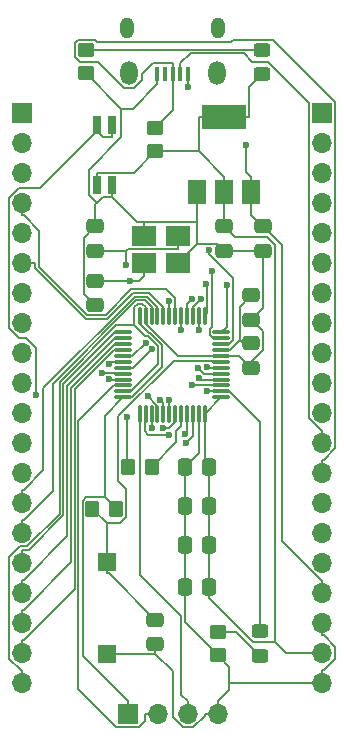
<source format=gbr>
G04 #@! TF.GenerationSoftware,KiCad,Pcbnew,7.0.5*
G04 #@! TF.CreationDate,2023-06-26T03:35:33+05:30*
G04 #@! TF.ProjectId,STM32_Dev_Board_v0.1,53544d33-325f-4446-9576-5f426f617264,rev?*
G04 #@! TF.SameCoordinates,Original*
G04 #@! TF.FileFunction,Copper,L1,Top*
G04 #@! TF.FilePolarity,Positive*
%FSLAX46Y46*%
G04 Gerber Fmt 4.6, Leading zero omitted, Abs format (unit mm)*
G04 Created by KiCad (PCBNEW 7.0.5) date 2023-06-26 03:35:33*
%MOMM*%
%LPD*%
G01*
G04 APERTURE LIST*
G04 Aperture macros list*
%AMRoundRect*
0 Rectangle with rounded corners*
0 $1 Rounding radius*
0 $2 $3 $4 $5 $6 $7 $8 $9 X,Y pos of 4 corners*
0 Add a 4 corners polygon primitive as box body*
4,1,4,$2,$3,$4,$5,$6,$7,$8,$9,$2,$3,0*
0 Add four circle primitives for the rounded corners*
1,1,$1+$1,$2,$3*
1,1,$1+$1,$4,$5*
1,1,$1+$1,$6,$7*
1,1,$1+$1,$8,$9*
0 Add four rect primitives between the rounded corners*
20,1,$1+$1,$2,$3,$4,$5,0*
20,1,$1+$1,$4,$5,$6,$7,0*
20,1,$1+$1,$6,$7,$8,$9,0*
20,1,$1+$1,$8,$9,$2,$3,0*%
G04 Aperture macros list end*
G04 #@! TA.AperFunction,SMDPad,CuDef*
%ADD10R,0.760000X1.600000*%
G04 #@! TD*
G04 #@! TA.AperFunction,ComponentPad*
%ADD11R,1.700000X1.700000*%
G04 #@! TD*
G04 #@! TA.AperFunction,ComponentPad*
%ADD12O,1.700000X1.700000*%
G04 #@! TD*
G04 #@! TA.AperFunction,SMDPad,CuDef*
%ADD13R,2.100000X1.800000*%
G04 #@! TD*
G04 #@! TA.AperFunction,SMDPad,CuDef*
%ADD14RoundRect,0.075000X0.662500X0.075000X-0.662500X0.075000X-0.662500X-0.075000X0.662500X-0.075000X0*%
G04 #@! TD*
G04 #@! TA.AperFunction,SMDPad,CuDef*
%ADD15RoundRect,0.075000X0.075000X0.662500X-0.075000X0.662500X-0.075000X-0.662500X0.075000X-0.662500X0*%
G04 #@! TD*
G04 #@! TA.AperFunction,SMDPad,CuDef*
%ADD16R,1.500000X2.000000*%
G04 #@! TD*
G04 #@! TA.AperFunction,SMDPad,CuDef*
%ADD17R,3.800000X2.000000*%
G04 #@! TD*
G04 #@! TA.AperFunction,SMDPad,CuDef*
%ADD18R,1.500000X1.500000*%
G04 #@! TD*
G04 #@! TA.AperFunction,SMDPad,CuDef*
%ADD19RoundRect,0.250000X0.450000X-0.350000X0.450000X0.350000X-0.450000X0.350000X-0.450000X-0.350000X0*%
G04 #@! TD*
G04 #@! TA.AperFunction,SMDPad,CuDef*
%ADD20RoundRect,0.250000X0.350000X0.450000X-0.350000X0.450000X-0.350000X-0.450000X0.350000X-0.450000X0*%
G04 #@! TD*
G04 #@! TA.AperFunction,SMDPad,CuDef*
%ADD21RoundRect,0.250000X-0.350000X-0.450000X0.350000X-0.450000X0.350000X0.450000X-0.350000X0.450000X0*%
G04 #@! TD*
G04 #@! TA.AperFunction,SMDPad,CuDef*
%ADD22R,0.450000X1.300000*%
G04 #@! TD*
G04 #@! TA.AperFunction,ComponentPad*
%ADD23O,1.450000X2.000000*%
G04 #@! TD*
G04 #@! TA.AperFunction,ComponentPad*
%ADD24O,1.150000X1.800000*%
G04 #@! TD*
G04 #@! TA.AperFunction,SMDPad,CuDef*
%ADD25RoundRect,0.250000X0.450000X-0.325000X0.450000X0.325000X-0.450000X0.325000X-0.450000X-0.325000X0*%
G04 #@! TD*
G04 #@! TA.AperFunction,SMDPad,CuDef*
%ADD26RoundRect,0.250000X-0.450000X0.325000X-0.450000X-0.325000X0.450000X-0.325000X0.450000X0.325000X0*%
G04 #@! TD*
G04 #@! TA.AperFunction,SMDPad,CuDef*
%ADD27RoundRect,0.250000X-0.475000X0.337500X-0.475000X-0.337500X0.475000X-0.337500X0.475000X0.337500X0*%
G04 #@! TD*
G04 #@! TA.AperFunction,SMDPad,CuDef*
%ADD28RoundRect,0.250000X0.337500X0.475000X-0.337500X0.475000X-0.337500X-0.475000X0.337500X-0.475000X0*%
G04 #@! TD*
G04 #@! TA.AperFunction,SMDPad,CuDef*
%ADD29RoundRect,0.250000X0.475000X-0.337500X0.475000X0.337500X-0.475000X0.337500X-0.475000X-0.337500X0*%
G04 #@! TD*
G04 #@! TA.AperFunction,ViaPad*
%ADD30C,0.600000*%
G04 #@! TD*
G04 #@! TA.AperFunction,Conductor*
%ADD31C,0.152400*%
G04 #@! TD*
G04 APERTURE END LIST*
D10*
X82499700Y-59436000D03*
X83769700Y-59436000D03*
X83769700Y-54356000D03*
X82499700Y-54356000D03*
D11*
X101600000Y-53340000D03*
D12*
X101600000Y-55880000D03*
X101600000Y-58420000D03*
X101600000Y-60960000D03*
X101600000Y-63500000D03*
X101600000Y-66040000D03*
X101600000Y-68580000D03*
X101600000Y-71120000D03*
X101600000Y-73660000D03*
X101600000Y-76200000D03*
X101600000Y-78740000D03*
X101600000Y-81280000D03*
X101600000Y-83820000D03*
X101600000Y-86360000D03*
X101600000Y-88900000D03*
X101600000Y-91440000D03*
X101600000Y-93980000D03*
X101600000Y-96520000D03*
X101600000Y-99060000D03*
X101600000Y-101600000D03*
D11*
X76200000Y-53340000D03*
D12*
X76200000Y-55880000D03*
X76200000Y-58420000D03*
X76200000Y-60960000D03*
X76200000Y-63500000D03*
X76200000Y-66040000D03*
X76200000Y-68580000D03*
X76200000Y-71120000D03*
X76200000Y-73660000D03*
X76200000Y-76200000D03*
X76200000Y-78740000D03*
X76200000Y-81280000D03*
X76200000Y-83820000D03*
X76200000Y-86360000D03*
X76200000Y-88900000D03*
X76200000Y-91440000D03*
X76200000Y-93980000D03*
X76200000Y-96520000D03*
X76200000Y-99060000D03*
X76200000Y-101600000D03*
D13*
X86510700Y-66040000D03*
X89410700Y-66040000D03*
X89410700Y-63740000D03*
X86510700Y-63740000D03*
D14*
X93062500Y-77434000D03*
X93062500Y-76934000D03*
X93062500Y-76434000D03*
X93062500Y-75934000D03*
X93062500Y-75434000D03*
X93062500Y-74934000D03*
X93062500Y-74434000D03*
X93062500Y-73934000D03*
X93062500Y-73434000D03*
X93062500Y-72934000D03*
X93062500Y-72434000D03*
X93062500Y-71934000D03*
D15*
X91650000Y-70521500D03*
X91150000Y-70521500D03*
X90650000Y-70521500D03*
X90150000Y-70521500D03*
X89650000Y-70521500D03*
X89150000Y-70521500D03*
X88650000Y-70521500D03*
X88150000Y-70521500D03*
X87650000Y-70521500D03*
X87150000Y-70521500D03*
X86650000Y-70521500D03*
X86150000Y-70521500D03*
D14*
X84737500Y-71934000D03*
X84737500Y-72434000D03*
X84737500Y-72934000D03*
X84737500Y-73434000D03*
X84737500Y-73934000D03*
X84737500Y-74434000D03*
X84737500Y-74934000D03*
X84737500Y-75434000D03*
X84737500Y-75934000D03*
X84737500Y-76434000D03*
X84737500Y-76934000D03*
X84737500Y-77434000D03*
D15*
X86150000Y-78846500D03*
X86650000Y-78846500D03*
X87150000Y-78846500D03*
X87650000Y-78846500D03*
X88150000Y-78846500D03*
X88650000Y-78846500D03*
X89150000Y-78846500D03*
X89650000Y-78846500D03*
X90150000Y-78846500D03*
X90650000Y-78846500D03*
X91150000Y-78846500D03*
X91650000Y-78846500D03*
D16*
X90994700Y-60046000D03*
D17*
X93294700Y-53746000D03*
D16*
X93294700Y-60046000D03*
X95594700Y-60046000D03*
D18*
X83388700Y-99150000D03*
X83388700Y-91350000D03*
D19*
X87452700Y-56626000D03*
X87452700Y-54626000D03*
X81610700Y-50022000D03*
X81610700Y-48022000D03*
D20*
X84134700Y-86868000D03*
X82134700Y-86868000D03*
D19*
X92786700Y-99298000D03*
X92786700Y-97298000D03*
D21*
X85166700Y-83312000D03*
X87166700Y-83312000D03*
D22*
X90240000Y-50051400D03*
X89590000Y-50051400D03*
X88940000Y-50051400D03*
X88290000Y-50051400D03*
X87640000Y-50051400D03*
D23*
X92665000Y-50001400D03*
X85215000Y-50001400D03*
D24*
X92815000Y-46201400D03*
X85065000Y-46201400D03*
D11*
X85125400Y-104267000D03*
D12*
X87665400Y-104267000D03*
X90205400Y-104267000D03*
X92745400Y-104267000D03*
D25*
X96342700Y-99314000D03*
X96342700Y-97264000D03*
D26*
X96520000Y-47997000D03*
X96520000Y-50047000D03*
D27*
X87452700Y-96266000D03*
X87452700Y-98341000D03*
X93294700Y-62970500D03*
X93294700Y-65045500D03*
X95580700Y-68812500D03*
X95580700Y-70887500D03*
X95580700Y-72876500D03*
X95580700Y-74951500D03*
X96596700Y-62970500D03*
X96596700Y-65045500D03*
D28*
X92024700Y-83312000D03*
X89949700Y-83312000D03*
D29*
X82372700Y-65045500D03*
X82372700Y-62970500D03*
D28*
X92024700Y-86614000D03*
X89949700Y-86614000D03*
D27*
X82372700Y-67564000D03*
X82372700Y-69639000D03*
D28*
X92024700Y-89916000D03*
X89949700Y-89916000D03*
X92024700Y-93472000D03*
X89949700Y-93472000D03*
D30*
X85107200Y-79088600D03*
X77373900Y-77255000D03*
X88658000Y-80608300D03*
X87201100Y-73336000D03*
X83539700Y-74618200D03*
X86667600Y-72802600D03*
X89650000Y-71717700D03*
X90585300Y-69114000D03*
X91345300Y-69119700D03*
X91150000Y-71728100D03*
X91733800Y-67814900D03*
X93538000Y-67917900D03*
X92267300Y-66720900D03*
X92025200Y-64995800D03*
X90044600Y-81286200D03*
X89996400Y-80517000D03*
X88139700Y-80059800D03*
X88658100Y-77636300D03*
X91179700Y-75790900D03*
X90580600Y-76405000D03*
X91870100Y-76935500D03*
X82991200Y-75345900D03*
X83541400Y-75876500D03*
X87900900Y-77639400D03*
X86831600Y-77301000D03*
X87150000Y-80040000D03*
X88609300Y-69260600D03*
X95138600Y-56058000D03*
X90240000Y-51159400D03*
X84995500Y-66199300D03*
X91846500Y-74900500D03*
X91079400Y-74953100D03*
X85292400Y-67564000D03*
D31*
X82499700Y-54356000D02*
X82499700Y-54871200D01*
X83015000Y-55386500D02*
X83769700Y-55386500D01*
X82499700Y-54871200D02*
X83015000Y-55386500D01*
X83769700Y-54356000D02*
X83769700Y-55386500D01*
X77680900Y-59690000D02*
X82499700Y-54871200D01*
X75925600Y-59690000D02*
X77680900Y-59690000D01*
X75088900Y-60526700D02*
X75925600Y-59690000D01*
X75088900Y-71573700D02*
X75088900Y-60526700D01*
X75905200Y-72390000D02*
X75088900Y-71573700D01*
X76515100Y-72390000D02*
X75905200Y-72390000D01*
X77373900Y-73248800D02*
X76515100Y-72390000D01*
X77373900Y-77255000D02*
X77373900Y-73248800D01*
X85107200Y-83252500D02*
X85107200Y-79088600D01*
X85166700Y-83312000D02*
X85107200Y-83252500D01*
X86880500Y-80608300D02*
X88658000Y-80608300D01*
X86593200Y-80321000D02*
X86880500Y-80608300D01*
X86593200Y-78903300D02*
X86593200Y-80321000D01*
X86650000Y-78846500D02*
X86593200Y-78903300D01*
X85603100Y-74934000D02*
X87201100Y-73336000D01*
X84737500Y-74934000D02*
X85603100Y-74934000D01*
X83723900Y-74434000D02*
X83539700Y-74618200D01*
X84737500Y-74434000D02*
X83723900Y-74434000D01*
X85536200Y-73934000D02*
X86667600Y-72802600D01*
X84737500Y-73934000D02*
X85536200Y-73934000D01*
X89650000Y-70521500D02*
X89650000Y-71717700D01*
X90150000Y-69549300D02*
X90585300Y-69114000D01*
X90150000Y-70521500D02*
X90150000Y-69549300D01*
X90650000Y-69815000D02*
X91345300Y-69119700D01*
X90650000Y-70521500D02*
X90650000Y-69815000D01*
X91150000Y-70521500D02*
X91150000Y-71728100D01*
X91875900Y-67957000D02*
X91733800Y-67814900D01*
X91875900Y-70295600D02*
X91875900Y-67957000D01*
X91650000Y-70521500D02*
X91875900Y-70295600D01*
X93538000Y-71458500D02*
X93538000Y-67917900D01*
X93062500Y-71934000D02*
X93538000Y-71458500D01*
X92267300Y-71468500D02*
X92267300Y-66720900D01*
X92088800Y-71647000D02*
X92267300Y-71468500D01*
X92088800Y-72143000D02*
X92088800Y-71647000D01*
X92379800Y-72434000D02*
X92088800Y-72143000D01*
X93062500Y-72434000D02*
X92379800Y-72434000D01*
X92025200Y-65293400D02*
X92025200Y-64995800D01*
X94068500Y-67336700D02*
X92025200Y-65293400D01*
X94068500Y-72597800D02*
X94068500Y-67336700D01*
X93732300Y-72934000D02*
X94068500Y-72597800D01*
X93062500Y-72934000D02*
X93732300Y-72934000D01*
X76200000Y-99060000D02*
X76200000Y-97979500D01*
X83955400Y-73434000D02*
X84737500Y-73434000D01*
X80643800Y-76745600D02*
X83955400Y-73434000D01*
X80643800Y-93647600D02*
X80643800Y-76745600D01*
X76311900Y-97979500D02*
X80643800Y-93647600D01*
X76200000Y-97979500D02*
X76311900Y-97979500D01*
X76311900Y-95439500D02*
X76200000Y-95439500D01*
X80337100Y-91414300D02*
X76311900Y-95439500D01*
X80337100Y-76618500D02*
X80337100Y-91414300D01*
X84021600Y-72934000D02*
X80337100Y-76618500D01*
X84737500Y-72934000D02*
X84021600Y-72934000D01*
X76200000Y-96520000D02*
X76200000Y-95439500D01*
X76200000Y-93980000D02*
X76200000Y-92899500D01*
X84065800Y-72434000D02*
X84737500Y-72434000D01*
X79998900Y-76500900D02*
X84065800Y-72434000D01*
X79998900Y-89210500D02*
X79998900Y-76500900D01*
X76309900Y-92899500D02*
X79998900Y-89210500D01*
X76200000Y-92899500D02*
X76309900Y-92899500D01*
X76200000Y-91440000D02*
X76200000Y-90359500D01*
X84047400Y-71934000D02*
X84737500Y-71934000D01*
X79692200Y-76289200D02*
X84047400Y-71934000D01*
X79692200Y-87409000D02*
X79692200Y-76289200D01*
X76741700Y-90359500D02*
X79692200Y-87409000D01*
X76200000Y-90359500D02*
X76741700Y-90359500D01*
X76200000Y-88900000D02*
X76200000Y-87819500D01*
X87150000Y-69821300D02*
X87150000Y-70521500D01*
X86552900Y-69224200D02*
X87150000Y-69821300D01*
X85842300Y-69224200D02*
X86552900Y-69224200D01*
X78772000Y-76294500D02*
X85842300Y-69224200D01*
X78772000Y-85359400D02*
X78772000Y-76294500D01*
X76311900Y-87819500D02*
X78772000Y-85359400D01*
X76200000Y-87819500D02*
X76311900Y-87819500D01*
X76311900Y-85279500D02*
X76200000Y-85279500D01*
X77981000Y-83610400D02*
X76311900Y-85279500D01*
X77981000Y-76651700D02*
X77981000Y-83610400D01*
X85715200Y-68917500D02*
X77981000Y-76651700D01*
X86741800Y-68917500D02*
X85715200Y-68917500D01*
X87650000Y-69825700D02*
X86741800Y-68917500D01*
X87650000Y-70521500D02*
X87650000Y-69825700D01*
X76200000Y-86360000D02*
X76200000Y-85279500D01*
X90650000Y-80680800D02*
X90044600Y-81286200D01*
X90650000Y-78846500D02*
X90650000Y-80680800D01*
X90150000Y-80363400D02*
X89996400Y-80517000D01*
X90150000Y-78846500D02*
X90150000Y-80363400D01*
X88609400Y-80059800D02*
X88139700Y-80059800D01*
X89150000Y-79519200D02*
X88609400Y-80059800D01*
X89150000Y-78846500D02*
X89150000Y-79519200D01*
X88658100Y-78838400D02*
X88658100Y-77636300D01*
X88650000Y-78846500D02*
X88658100Y-78838400D01*
X91322800Y-75934000D02*
X91179700Y-75790900D01*
X93062500Y-75934000D02*
X91322800Y-75934000D01*
X93033500Y-76405000D02*
X93062500Y-76434000D01*
X90580600Y-76405000D02*
X93033500Y-76405000D01*
X93740500Y-76934000D02*
X93062500Y-76934000D01*
X96342700Y-79536200D02*
X93740500Y-76934000D01*
X96342700Y-97264000D02*
X96342700Y-79536200D01*
X91871600Y-76934000D02*
X91870100Y-76935500D01*
X93062500Y-76934000D02*
X91871600Y-76934000D01*
X94326700Y-97298000D02*
X96342700Y-99314000D01*
X92786700Y-97298000D02*
X94326700Y-97298000D01*
X89650000Y-79867300D02*
X89650000Y-78846500D01*
X89219700Y-80297600D02*
X89650000Y-79867300D01*
X89219700Y-81259000D02*
X89219700Y-80297600D01*
X87166700Y-83312000D02*
X89219700Y-81259000D01*
X101488000Y-80199500D02*
X101600000Y-80199500D01*
X100475700Y-79187200D02*
X101488000Y-80199500D01*
X100475700Y-52530100D02*
X100475700Y-79187200D01*
X96967600Y-49022000D02*
X100475700Y-52530100D01*
X95682700Y-49022000D02*
X96967600Y-49022000D01*
X94972900Y-48312200D02*
X95682700Y-49022000D01*
X90448700Y-48312200D02*
X94972900Y-48312200D01*
X89590000Y-49170900D02*
X90448700Y-48312200D01*
X89590000Y-50051400D02*
X89590000Y-49170900D01*
X101600000Y-81280000D02*
X101600000Y-80199500D01*
X84649400Y-75345900D02*
X84737500Y-75434000D01*
X82991200Y-75345900D02*
X84649400Y-75345900D01*
X88940000Y-53138700D02*
X88940000Y-50051400D01*
X87452700Y-54626000D02*
X88940000Y-53138700D01*
X101735000Y-82739500D02*
X101600000Y-82739500D01*
X102702900Y-81771600D02*
X101735000Y-82739500D01*
X102702900Y-52416500D02*
X102702900Y-81771600D01*
X97451500Y-47165100D02*
X102702900Y-52416500D01*
X94073000Y-47165100D02*
X97451500Y-47165100D01*
X93897700Y-47340400D02*
X94073000Y-47165100D01*
X82550700Y-47340400D02*
X93897700Y-47340400D01*
X82383500Y-47173200D02*
X82550700Y-47340400D01*
X80941500Y-47173200D02*
X82383500Y-47173200D01*
X80653000Y-47461700D02*
X80941500Y-47173200D01*
X80653000Y-48598400D02*
X80653000Y-47461700D01*
X81076600Y-49022000D02*
X80653000Y-48598400D01*
X82586000Y-49022000D02*
X81076600Y-49022000D01*
X84807900Y-51243900D02*
X82586000Y-49022000D01*
X85643100Y-51243900D02*
X84807900Y-51243900D01*
X86356200Y-50530800D02*
X85643100Y-51243900D01*
X86356200Y-50096400D02*
X86356200Y-50530800D01*
X87281700Y-49170900D02*
X86356200Y-50096400D01*
X88940000Y-49170900D02*
X87281700Y-49170900D01*
X88940000Y-50051400D02*
X88940000Y-49170900D01*
X101600000Y-83820000D02*
X101600000Y-82739500D01*
X83598900Y-75934000D02*
X83541400Y-75876500D01*
X84737500Y-75934000D02*
X83598900Y-75934000D01*
X88150000Y-77888500D02*
X87900900Y-77639400D01*
X88150000Y-78846500D02*
X88150000Y-77888500D01*
X86831600Y-77330000D02*
X86831600Y-77301000D01*
X87650000Y-78148400D02*
X86831600Y-77330000D01*
X87650000Y-78846500D02*
X87650000Y-78148400D01*
X87150000Y-78846500D02*
X87150000Y-80040000D01*
X76200000Y-66040000D02*
X77280500Y-66040000D01*
X77280500Y-66473800D02*
X77280500Y-66040000D01*
X81573700Y-70767000D02*
X77280500Y-66473800D01*
X83402100Y-70767000D02*
X81573700Y-70767000D01*
X85568400Y-68600700D02*
X83402100Y-70767000D01*
X86922700Y-68600700D02*
X85568400Y-68600700D01*
X88150000Y-69828000D02*
X86922700Y-68600700D01*
X88150000Y-70521500D02*
X88150000Y-69828000D01*
X88650000Y-69301300D02*
X88609300Y-69260600D01*
X88650000Y-70521500D02*
X88650000Y-69301300D01*
X76200000Y-60960000D02*
X76200000Y-62040500D01*
X76311900Y-62040500D02*
X76200000Y-62040500D01*
X77661000Y-63389600D02*
X76311900Y-62040500D01*
X77661000Y-66420500D02*
X77661000Y-63389600D01*
X81700800Y-70460300D02*
X77661000Y-66420500D01*
X83272800Y-70460300D02*
X81700800Y-70460300D01*
X85447200Y-68285900D02*
X83272800Y-70460300D01*
X88384900Y-68285900D02*
X85447200Y-68285900D01*
X89150000Y-69051000D02*
X88384900Y-68285900D01*
X89150000Y-70521500D02*
X89150000Y-69051000D01*
X86150000Y-92466300D02*
X86150000Y-78846500D01*
X89644500Y-95960800D02*
X86150000Y-92466300D01*
X89644500Y-102625600D02*
X89644500Y-95960800D01*
X90205400Y-103186500D02*
X89644500Y-102625600D01*
X90205400Y-104267000D02*
X90205400Y-103186500D01*
X87665400Y-104267000D02*
X86584900Y-104267000D01*
X83982300Y-76434000D02*
X84737500Y-76434000D01*
X80950500Y-79465800D02*
X83982300Y-76434000D01*
X80950500Y-102118100D02*
X80950500Y-79465800D01*
X84179900Y-105347500D02*
X80950500Y-102118100D01*
X86110400Y-105347500D02*
X84179900Y-105347500D01*
X86584900Y-104873000D02*
X86110400Y-105347500D01*
X86584900Y-104267000D02*
X86584900Y-104873000D01*
X81635700Y-47997000D02*
X81610700Y-48022000D01*
X96520000Y-47997000D02*
X81635700Y-47997000D01*
X83388700Y-91350000D02*
X83388700Y-92330500D01*
X83517200Y-92330500D02*
X83388700Y-92330500D01*
X87452700Y-96266000D02*
X83517200Y-92330500D01*
X83388700Y-91350000D02*
X83388700Y-90859700D01*
X82134700Y-86868000D02*
X83388700Y-88122000D01*
X83388700Y-88122000D02*
X83388700Y-90859700D01*
X92970700Y-74342200D02*
X93062500Y-74434000D01*
X89013700Y-74342200D02*
X92970700Y-74342200D01*
X84306800Y-79049100D02*
X89013700Y-74342200D01*
X84306800Y-84528000D02*
X84306800Y-79049100D01*
X84998900Y-85220100D02*
X84306800Y-84528000D01*
X84998900Y-87570300D02*
X84998900Y-85220100D01*
X84447200Y-88122000D02*
X84998900Y-87570300D01*
X83388700Y-88122000D02*
X84447200Y-88122000D01*
X94867400Y-72876500D02*
X94615600Y-72624700D01*
X95580700Y-72876500D02*
X94867400Y-72876500D01*
X94615600Y-69777600D02*
X95580700Y-68812500D01*
X94615600Y-72624700D02*
X94615600Y-69777600D01*
X93806300Y-73434000D02*
X94615600Y-72624700D01*
X93062500Y-73434000D02*
X93806300Y-73434000D01*
X101600000Y-93980000D02*
X101600000Y-92899500D01*
X90240000Y-50051400D02*
X90240000Y-50931900D01*
X95594700Y-61968500D02*
X96596700Y-62970500D01*
X95594700Y-60046000D02*
X95594700Y-61968500D01*
X95594700Y-60046000D02*
X95594700Y-58815500D01*
X90240000Y-50931900D02*
X90240000Y-51159400D01*
X95138600Y-58359400D02*
X95138600Y-56058000D01*
X95594700Y-58815500D02*
X95138600Y-58359400D01*
X98193800Y-64567600D02*
X96596700Y-62970500D01*
X98193800Y-89605300D02*
X98193800Y-64567600D01*
X101488000Y-92899500D02*
X98193800Y-89605300D01*
X101600000Y-92899500D02*
X101488000Y-92899500D01*
X89410700Y-63740000D02*
X89410700Y-64870500D01*
X84995500Y-65045500D02*
X82372700Y-65045500D01*
X85170500Y-64870500D02*
X84995500Y-65045500D01*
X89410700Y-64870500D02*
X85170500Y-64870500D01*
X84995500Y-65045500D02*
X84995500Y-66199300D01*
X91880000Y-74934000D02*
X91846500Y-74900500D01*
X93062500Y-74934000D02*
X91880000Y-74934000D01*
X86510700Y-66040000D02*
X86510700Y-67170500D01*
X82372700Y-67564000D02*
X85292400Y-67564000D01*
X86117200Y-67564000D02*
X86510700Y-67170500D01*
X85292400Y-67564000D02*
X86117200Y-67564000D01*
X91092200Y-74953100D02*
X91079400Y-74953100D01*
X91573100Y-75434000D02*
X91092200Y-74953100D01*
X93062500Y-75434000D02*
X91573100Y-75434000D01*
X89949700Y-86614000D02*
X89949700Y-89916000D01*
X89949700Y-86614000D02*
X89949700Y-83312000D01*
X89949700Y-93472000D02*
X89949700Y-89916000D01*
X81414900Y-68681200D02*
X82372700Y-69639000D01*
X81414900Y-63928300D02*
X81414900Y-68681200D01*
X82372700Y-62970500D02*
X81414900Y-63928300D01*
X92745400Y-104267000D02*
X91664900Y-104267000D01*
X83388700Y-99150000D02*
X84369200Y-99150000D01*
X87452700Y-99150000D02*
X84369200Y-99150000D01*
X87452700Y-99150000D02*
X87452700Y-98341000D01*
X101711900Y-97600500D02*
X101600000Y-97600500D01*
X102680700Y-98569300D02*
X101711900Y-97600500D01*
X102680700Y-99573900D02*
X102680700Y-98569300D01*
X101735100Y-100519500D02*
X102680700Y-99573900D01*
X101600000Y-100519500D02*
X101735100Y-100519500D01*
X101600000Y-101600000D02*
X101600000Y-100519500D01*
X101600000Y-96520000D02*
X101600000Y-97600500D01*
X92745400Y-104267000D02*
X92745400Y-103186500D01*
X88935400Y-100632700D02*
X87452700Y-99150000D01*
X88935400Y-104529000D02*
X88935400Y-100632700D01*
X89786200Y-105379800D02*
X88935400Y-104529000D01*
X90687200Y-105379800D02*
X89786200Y-105379800D01*
X91664900Y-104402100D02*
X90687200Y-105379800D01*
X91664900Y-104267000D02*
X91664900Y-104402100D01*
X89951200Y-93473500D02*
X89949700Y-93472000D01*
X89951200Y-96462500D02*
X89951200Y-93473500D01*
X92786700Y-99298000D02*
X89951200Y-96462500D01*
X91150000Y-82111700D02*
X91150000Y-78846500D01*
X89949700Y-83312000D02*
X91150000Y-82111700D01*
X95329700Y-74700400D02*
X95580700Y-74951500D01*
X101600000Y-101600000D02*
X100519500Y-101600000D01*
X93727900Y-101600000D02*
X100519500Y-101600000D01*
X93727900Y-102204000D02*
X93727900Y-101600000D01*
X92745400Y-103186500D02*
X93727900Y-102204000D01*
X93727900Y-100239200D02*
X92786700Y-99298000D01*
X93727900Y-101600000D02*
X93727900Y-100239200D01*
X85557800Y-53014100D02*
X87640000Y-50931900D01*
X84602800Y-53014100D02*
X85557800Y-53014100D01*
X84602800Y-53014100D02*
X81610700Y-50022000D01*
X87640000Y-50051400D02*
X87640000Y-50931900D01*
X83769700Y-59436000D02*
X83769700Y-60466500D01*
X82372700Y-61090700D02*
X82510200Y-60953200D01*
X82372700Y-62970500D02*
X82372700Y-61090700D01*
X84602800Y-55385600D02*
X84602800Y-53014100D01*
X81833300Y-58155100D02*
X84602800Y-55385600D01*
X81833300Y-60276300D02*
X81833300Y-58155100D01*
X82510200Y-60953200D02*
X81833300Y-60276300D01*
X90994700Y-60046000D02*
X90994700Y-61276500D01*
X90994700Y-64456000D02*
X89410700Y-66040000D01*
X86510700Y-63740000D02*
X86510700Y-62609500D01*
X90994700Y-62609500D02*
X86510700Y-62609500D01*
X90994700Y-62609500D02*
X90994700Y-61276500D01*
X82996900Y-60466500D02*
X83769700Y-60466500D01*
X82510200Y-60953200D02*
X82996900Y-60466500D01*
X85912700Y-62609500D02*
X86510700Y-62609500D01*
X83769700Y-60466500D02*
X85912700Y-62609500D01*
X76200000Y-101600000D02*
X76200000Y-100519500D01*
X94563200Y-73934000D02*
X93062500Y-73934000D01*
X95329700Y-74700400D02*
X94563200Y-73934000D01*
X92705200Y-64456000D02*
X90994700Y-64456000D01*
X93294700Y-65045500D02*
X92705200Y-64456000D01*
X96596700Y-65045500D02*
X93294700Y-65045500D01*
X96556700Y-73473400D02*
X95329700Y-74700400D01*
X96556700Y-71863500D02*
X96556700Y-73473400D01*
X95580700Y-70887500D02*
X96556700Y-71863500D01*
X96596700Y-69871500D02*
X95580700Y-70887500D01*
X96596700Y-65045500D02*
X96596700Y-69871500D01*
X90994700Y-62609500D02*
X90994700Y-64456000D01*
X86613500Y-72272100D02*
X85670300Y-71328900D01*
X86887500Y-72272100D02*
X86613500Y-72272100D01*
X87731600Y-73116200D02*
X86887500Y-72272100D01*
X87731600Y-74609700D02*
X87731600Y-73116200D01*
X85407300Y-76934000D02*
X87731600Y-74609700D01*
X84737500Y-76934000D02*
X85407300Y-76934000D01*
X86650000Y-71191300D02*
X86650000Y-70521500D01*
X87117400Y-71658700D02*
X86650000Y-71191300D01*
X87141700Y-71658700D02*
X87117400Y-71658700D01*
X89417000Y-73934000D02*
X87141700Y-71658700D01*
X93062500Y-73934000D02*
X89417000Y-73934000D01*
X86650000Y-69815600D02*
X86650000Y-70521500D01*
X86365300Y-69530900D02*
X86650000Y-69815600D01*
X85969600Y-69530900D02*
X86365300Y-69530900D01*
X85670300Y-69830200D02*
X85969600Y-69530900D01*
X85670300Y-71328900D02*
X85670300Y-69830200D01*
X84171400Y-71328900D02*
X85670300Y-71328900D01*
X79385500Y-76114800D02*
X84171400Y-71328900D01*
X79385500Y-87281800D02*
X79385500Y-76114800D01*
X76627700Y-90039600D02*
X79385500Y-87281800D01*
X76016800Y-90039600D02*
X76627700Y-90039600D01*
X75111900Y-90944500D02*
X76016800Y-90039600D01*
X75111900Y-99566500D02*
X75111900Y-90944500D01*
X76064900Y-100519500D02*
X75111900Y-99566500D01*
X76200000Y-100519500D02*
X76064900Y-100519500D01*
X92024700Y-89916000D02*
X92024700Y-86614000D01*
X92024700Y-86614000D02*
X92024700Y-83312000D01*
X82499700Y-59436000D02*
X82499700Y-58405500D01*
X93294700Y-53746000D02*
X91164200Y-53746000D01*
X95425200Y-51141800D02*
X95425200Y-53746000D01*
X96520000Y-50047000D02*
X95425200Y-51141800D01*
X93294700Y-53746000D02*
X95425200Y-53746000D01*
X85673200Y-58405500D02*
X87452700Y-56626000D01*
X82499700Y-58405500D02*
X85673200Y-58405500D01*
X91650000Y-82937300D02*
X92024700Y-83312000D01*
X91650000Y-78846500D02*
X91650000Y-82937300D01*
X91650000Y-78846500D02*
X93062500Y-77434000D01*
X87452700Y-56626000D02*
X91164200Y-56626000D01*
X91164200Y-56626000D02*
X91164200Y-53746000D01*
X93294700Y-58756500D02*
X93294700Y-60046000D01*
X91164200Y-56626000D02*
X93294700Y-58756500D01*
X101600000Y-99060000D02*
X100519500Y-99060000D01*
X92024700Y-93472000D02*
X92024700Y-89916000D01*
X95734800Y-98113500D02*
X97580400Y-98113500D01*
X92024700Y-94403400D02*
X95734800Y-98113500D01*
X92024700Y-93472000D02*
X92024700Y-94403400D01*
X98526900Y-99060000D02*
X100519500Y-99060000D01*
X97580400Y-98113500D02*
X98526900Y-99060000D01*
X93294700Y-60046000D02*
X93294700Y-62970500D01*
X94224200Y-63900000D02*
X93294700Y-62970500D01*
X96946200Y-63900000D02*
X94224200Y-63900000D01*
X97580400Y-64534200D02*
X96946200Y-63900000D01*
X97580400Y-98113500D02*
X97580400Y-64534200D01*
X85125400Y-104267000D02*
X85125400Y-103186500D01*
X81560300Y-85918100D02*
X83184800Y-85918100D01*
X81303200Y-86175200D02*
X81560300Y-85918100D01*
X81303200Y-99364300D02*
X81303200Y-86175200D01*
X85125400Y-103186500D02*
X81303200Y-99364300D01*
X83184800Y-85918100D02*
X84134700Y-86868000D01*
X83184800Y-78986700D02*
X84737500Y-77434000D01*
X83184800Y-85918100D02*
X83184800Y-78986700D01*
X86150000Y-71211900D02*
X86150000Y-70521500D01*
X86903500Y-71965400D02*
X86150000Y-71211900D01*
X87014600Y-71965400D02*
X86903500Y-71965400D01*
X88038300Y-72989100D02*
X87014600Y-71965400D01*
X88038300Y-74883900D02*
X88038300Y-72989100D01*
X85488200Y-77434000D02*
X88038300Y-74883900D01*
X84737500Y-77434000D02*
X85488200Y-77434000D01*
M02*

</source>
